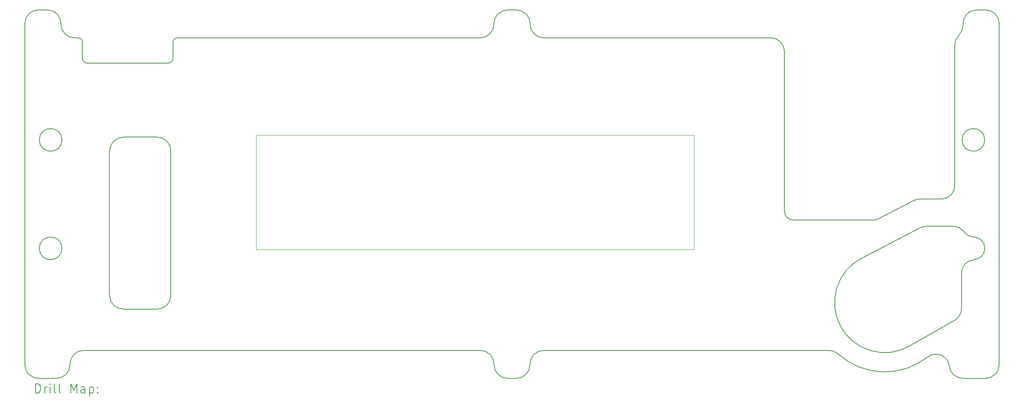
<source format=gbr>
%TF.GenerationSoftware,KiCad,Pcbnew,7.0.2-0*%
%TF.CreationDate,2024-05-08T23:40:00-07:00*%
%TF.ProjectId,New_Coil_Panel_Y,4e65775f-436f-4696-9c5f-50616e656c5f,2.0*%
%TF.SameCoordinates,Original*%
%TF.FileFunction,Drillmap*%
%TF.FilePolarity,Positive*%
%FSLAX45Y45*%
G04 Gerber Fmt 4.5, Leading zero omitted, Abs format (unit mm)*
G04 Created by KiCad (PCBNEW 7.0.2-0) date 2024-05-08 23:40:00*
%MOMM*%
%LPD*%
G01*
G04 APERTURE LIST*
%ADD10C,0.200000*%
%ADD11C,0.100000*%
G04 APERTURE END LIST*
D10*
X16012163Y-12683600D02*
X16012163Y-12666100D01*
X22823237Y-12443994D02*
G75*
G03*
X24801787Y-12514371I1030913J1135394D01*
G01*
X16312163Y-12366093D02*
G75*
G03*
X16012163Y-12666100I7J-300007D01*
G01*
X16312163Y-12366100D02*
X22621570Y-12366100D01*
X5637170Y-5151100D02*
G75*
G03*
X5937163Y-5451100I299990J-10D01*
G01*
X26067163Y-7708600D02*
G75*
G03*
X26067163Y-7708600I-250000J0D01*
G01*
X5537163Y-12983593D02*
G75*
G03*
X5837163Y-12683600I7J299993D01*
G01*
X7013483Y-7648990D02*
X7765963Y-7648990D01*
X5637163Y-5151100D02*
X5637163Y-5133600D01*
X7765963Y-11452383D02*
G75*
G03*
X8065963Y-11152390I7J299993D01*
G01*
X15712163Y-12983593D02*
G75*
G03*
X16012163Y-12683600I7J299993D01*
G01*
X14912163Y-5451093D02*
G75*
G03*
X15212163Y-5151100I7J299993D01*
G01*
X15212170Y-12666100D02*
G75*
G03*
X14912163Y-12366100I-300010J-10D01*
G01*
X15712163Y-4833600D02*
X15512163Y-4833600D01*
X15512163Y-12983600D02*
X15712163Y-12983600D01*
X7765963Y-11452390D02*
X7013483Y-11452390D01*
X15212163Y-12666100D02*
X15212163Y-12683600D01*
X6137163Y-12366093D02*
G75*
G03*
X5837163Y-12666100I7J-300007D01*
G01*
X15512163Y-4833593D02*
G75*
G03*
X15212163Y-5133600I7J-300007D01*
G01*
X25583450Y-12983600D02*
X26087163Y-12983600D01*
X15212170Y-12683600D02*
G75*
G03*
X15512163Y-12983600I299990J-10D01*
G01*
X16012170Y-5133600D02*
G75*
G03*
X15712163Y-4833600I-300010J-10D01*
G01*
X14912163Y-5451100D02*
X8212163Y-5451100D01*
X16012170Y-5151100D02*
G75*
G03*
X16312163Y-5451100I299990J-10D01*
G01*
X8112163Y-5551100D02*
X8112163Y-5908600D01*
X8012163Y-6008593D02*
G75*
G03*
X8112163Y-5908600I7J99993D01*
G01*
X7013483Y-7648983D02*
G75*
G03*
X6713483Y-7948990I7J-300007D01*
G01*
X4837170Y-12683600D02*
G75*
G03*
X5137163Y-12983600I299990J-10D01*
G01*
X24780746Y-9618600D02*
X25366153Y-9618600D01*
X26387170Y-5133600D02*
G75*
G03*
X26087163Y-4833600I-300010J-10D01*
G01*
X16012163Y-5151100D02*
X16012163Y-5133600D01*
X5137163Y-4833593D02*
G75*
G03*
X4837163Y-5133600I7J-300007D01*
G01*
X8212163Y-5451093D02*
G75*
G03*
X8112163Y-5551100I7J-100007D01*
G01*
X6112163Y-5908600D02*
X6112163Y-5551100D01*
X6137163Y-12366100D02*
X14912163Y-12366100D01*
X25496905Y-5390416D02*
G75*
G03*
X25406649Y-5604911I209745J-214494D01*
G01*
X6012163Y-5451100D02*
X5937163Y-5451100D01*
X24634551Y-9018598D02*
G75*
G03*
X24496549Y-9052225I-1J-299982D01*
G01*
X25606452Y-9738997D02*
G75*
G03*
X25366153Y-9618600I-240302J-179613D01*
G01*
X25401581Y-11699996D02*
G75*
G03*
X25552649Y-11439572I-148942J260426D01*
G01*
X23590801Y-9483600D02*
X21837163Y-9483600D01*
X25887163Y-4833593D02*
G75*
G03*
X25587163Y-5133600I7J-300007D01*
G01*
X25401580Y-11699994D02*
X24404184Y-12270391D01*
X15212163Y-5133600D02*
X15212163Y-5151100D01*
X25833293Y-10358079D02*
G75*
G03*
X25830611Y-9858962I-16133J249479D01*
G01*
X8065970Y-7948990D02*
G75*
G03*
X7765963Y-7648990I-300010J-10D01*
G01*
X6713483Y-11152390D02*
X6713483Y-7948990D01*
X26087163Y-12983593D02*
G75*
G03*
X26387163Y-12683600I7J299993D01*
G01*
X5637170Y-5133600D02*
G75*
G03*
X5337163Y-4833600I-300010J-10D01*
G01*
X25833293Y-10358083D02*
G75*
G03*
X25552649Y-10657454I19347J-299367D01*
G01*
X25496906Y-5390416D02*
G75*
G03*
X25587163Y-5175922I-209746J214496D01*
G01*
X25606449Y-9739000D02*
G75*
G03*
X25830611Y-9858962I240311J179630D01*
G01*
X25406649Y-5604911D02*
X25406649Y-8718600D01*
X25106649Y-9018600D02*
X24634551Y-9018600D01*
X8012163Y-6008600D02*
X6212163Y-6008600D01*
X5657163Y-7708600D02*
G75*
G03*
X5657163Y-7708600I-250000J0D01*
G01*
X22823236Y-12443996D02*
G75*
G03*
X22621570Y-12366100I-201656J-222074D01*
G01*
X25552649Y-10657454D02*
X25552649Y-11439572D01*
X25587163Y-5133600D02*
X25587163Y-5175922D01*
X6713490Y-11152390D02*
G75*
G03*
X7013483Y-11452390I299990J-10D01*
G01*
X23344479Y-10324823D02*
X24642744Y-9652225D01*
X25106649Y-9018599D02*
G75*
G03*
X25406649Y-8718600I1J299999D01*
G01*
X4837163Y-5133600D02*
X4837163Y-12683600D01*
X5137163Y-12983600D02*
X5537163Y-12983600D01*
X23344480Y-10324824D02*
G75*
G03*
X24404184Y-12270391I509670J-983776D01*
G01*
X21637163Y-9283600D02*
X21637163Y-5751100D01*
X26387163Y-12683600D02*
X26387163Y-5133600D01*
X6112170Y-5551100D02*
G75*
G03*
X6012163Y-5451100I-100010J-10D01*
G01*
X24496549Y-9052225D02*
X23728803Y-9449975D01*
X6112170Y-5908600D02*
G75*
G03*
X6212163Y-6008600I99990J-10D01*
G01*
X5837163Y-12683600D02*
X5837163Y-12666100D01*
X23590801Y-9483598D02*
G75*
G03*
X23728803Y-9449975I-2J300018D01*
G01*
X25285306Y-12716922D02*
G75*
G03*
X24801787Y-12514371I-298146J-33328D01*
G01*
X25285307Y-12716922D02*
G75*
G03*
X25583450Y-12983600I298153J33332D01*
G01*
X21337163Y-5451100D02*
X16312163Y-5451100D01*
X21637170Y-5751100D02*
G75*
G03*
X21337163Y-5451100I-300010J-10D01*
G01*
X5337163Y-4833600D02*
X5137163Y-4833600D01*
X5657163Y-10108600D02*
G75*
G03*
X5657163Y-10108600I-250000J0D01*
G01*
X26087163Y-4833600D02*
X25887163Y-4833600D01*
D11*
X9954131Y-7605837D02*
X19637800Y-7605837D01*
X19637800Y-10136200D01*
X9954131Y-10136200D01*
X9954131Y-7605837D01*
D10*
X21637170Y-9283600D02*
G75*
G03*
X21837163Y-9483600I199990J-10D01*
G01*
X24780746Y-9618602D02*
G75*
G03*
X24642744Y-9652225I4J-300028D01*
G01*
X8065963Y-7948990D02*
X8065963Y-11152390D01*
X5074782Y-13306124D02*
X5074782Y-13106124D01*
X5074782Y-13106124D02*
X5122401Y-13106124D01*
X5122401Y-13106124D02*
X5150973Y-13115648D01*
X5150973Y-13115648D02*
X5170020Y-13134695D01*
X5170020Y-13134695D02*
X5179544Y-13153743D01*
X5179544Y-13153743D02*
X5189068Y-13191838D01*
X5189068Y-13191838D02*
X5189068Y-13220409D01*
X5189068Y-13220409D02*
X5179544Y-13258505D01*
X5179544Y-13258505D02*
X5170020Y-13277552D01*
X5170020Y-13277552D02*
X5150973Y-13296600D01*
X5150973Y-13296600D02*
X5122401Y-13306124D01*
X5122401Y-13306124D02*
X5074782Y-13306124D01*
X5274782Y-13306124D02*
X5274782Y-13172790D01*
X5274782Y-13210886D02*
X5284306Y-13191838D01*
X5284306Y-13191838D02*
X5293830Y-13182314D01*
X5293830Y-13182314D02*
X5312877Y-13172790D01*
X5312877Y-13172790D02*
X5331925Y-13172790D01*
X5398592Y-13306124D02*
X5398592Y-13172790D01*
X5398592Y-13106124D02*
X5389068Y-13115648D01*
X5389068Y-13115648D02*
X5398592Y-13125171D01*
X5398592Y-13125171D02*
X5408115Y-13115648D01*
X5408115Y-13115648D02*
X5398592Y-13106124D01*
X5398592Y-13106124D02*
X5398592Y-13125171D01*
X5522401Y-13306124D02*
X5503354Y-13296600D01*
X5503354Y-13296600D02*
X5493830Y-13277552D01*
X5493830Y-13277552D02*
X5493830Y-13106124D01*
X5627163Y-13306124D02*
X5608115Y-13296600D01*
X5608115Y-13296600D02*
X5598592Y-13277552D01*
X5598592Y-13277552D02*
X5598592Y-13106124D01*
X5855734Y-13306124D02*
X5855734Y-13106124D01*
X5855734Y-13106124D02*
X5922401Y-13248981D01*
X5922401Y-13248981D02*
X5989068Y-13106124D01*
X5989068Y-13106124D02*
X5989068Y-13306124D01*
X6170020Y-13306124D02*
X6170020Y-13201362D01*
X6170020Y-13201362D02*
X6160496Y-13182314D01*
X6160496Y-13182314D02*
X6141449Y-13172790D01*
X6141449Y-13172790D02*
X6103353Y-13172790D01*
X6103353Y-13172790D02*
X6084306Y-13182314D01*
X6170020Y-13296600D02*
X6150973Y-13306124D01*
X6150973Y-13306124D02*
X6103353Y-13306124D01*
X6103353Y-13306124D02*
X6084306Y-13296600D01*
X6084306Y-13296600D02*
X6074782Y-13277552D01*
X6074782Y-13277552D02*
X6074782Y-13258505D01*
X6074782Y-13258505D02*
X6084306Y-13239457D01*
X6084306Y-13239457D02*
X6103353Y-13229933D01*
X6103353Y-13229933D02*
X6150973Y-13229933D01*
X6150973Y-13229933D02*
X6170020Y-13220409D01*
X6265258Y-13172790D02*
X6265258Y-13372790D01*
X6265258Y-13182314D02*
X6284306Y-13172790D01*
X6284306Y-13172790D02*
X6322401Y-13172790D01*
X6322401Y-13172790D02*
X6341449Y-13182314D01*
X6341449Y-13182314D02*
X6350973Y-13191838D01*
X6350973Y-13191838D02*
X6360496Y-13210886D01*
X6360496Y-13210886D02*
X6360496Y-13268028D01*
X6360496Y-13268028D02*
X6350973Y-13287076D01*
X6350973Y-13287076D02*
X6341449Y-13296600D01*
X6341449Y-13296600D02*
X6322401Y-13306124D01*
X6322401Y-13306124D02*
X6284306Y-13306124D01*
X6284306Y-13306124D02*
X6265258Y-13296600D01*
X6446211Y-13287076D02*
X6455734Y-13296600D01*
X6455734Y-13296600D02*
X6446211Y-13306124D01*
X6446211Y-13306124D02*
X6436687Y-13296600D01*
X6436687Y-13296600D02*
X6446211Y-13287076D01*
X6446211Y-13287076D02*
X6446211Y-13306124D01*
X6446211Y-13182314D02*
X6455734Y-13191838D01*
X6455734Y-13191838D02*
X6446211Y-13201362D01*
X6446211Y-13201362D02*
X6436687Y-13191838D01*
X6436687Y-13191838D02*
X6446211Y-13182314D01*
X6446211Y-13182314D02*
X6446211Y-13201362D01*
M02*

</source>
